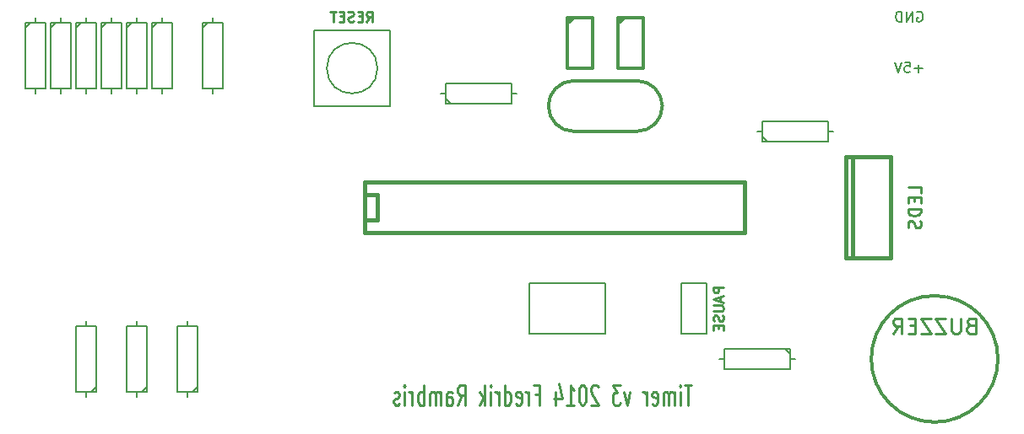
<source format=gbo>
G04 (created by PCBNEW (2013-june-11)-stable) date Thu 27 Nov 2014 20:22:07 CET*
%MOIN*%
G04 Gerber Fmt 3.4, Leading zero omitted, Abs format*
%FSLAX34Y34*%
G01*
G70*
G90*
G04 APERTURE LIST*
%ADD10C,0.00590551*%
%ADD11C,0.01*%
%ADD12C,0.00984252*%
%ADD13C,0.008*%
%ADD14C,0.005*%
%ADD15C,0.006*%
%ADD16C,0.0125*%
%ADD17C,0.012*%
%ADD18C,0.015*%
G04 APERTURE END LIST*
G54D10*
G54D11*
X116914Y-64678D02*
X116828Y-64707D01*
X116800Y-64735D01*
X116771Y-64792D01*
X116771Y-64878D01*
X116800Y-64935D01*
X116828Y-64964D01*
X116885Y-64992D01*
X117114Y-64992D01*
X117114Y-64392D01*
X116914Y-64392D01*
X116857Y-64421D01*
X116828Y-64450D01*
X116800Y-64507D01*
X116800Y-64564D01*
X116828Y-64621D01*
X116857Y-64650D01*
X116914Y-64678D01*
X117114Y-64678D01*
X116514Y-64392D02*
X116514Y-64878D01*
X116485Y-64935D01*
X116457Y-64964D01*
X116400Y-64992D01*
X116285Y-64992D01*
X116228Y-64964D01*
X116200Y-64935D01*
X116171Y-64878D01*
X116171Y-64392D01*
X115942Y-64392D02*
X115542Y-64392D01*
X115942Y-64992D01*
X115542Y-64992D01*
X115371Y-64392D02*
X114971Y-64392D01*
X115371Y-64992D01*
X114971Y-64992D01*
X114742Y-64678D02*
X114542Y-64678D01*
X114457Y-64992D02*
X114742Y-64992D01*
X114742Y-64392D01*
X114457Y-64392D01*
X113857Y-64992D02*
X114057Y-64707D01*
X114200Y-64992D02*
X114200Y-64392D01*
X113971Y-64392D01*
X113914Y-64421D01*
X113885Y-64450D01*
X113857Y-64507D01*
X113857Y-64592D01*
X113885Y-64650D01*
X113914Y-64678D01*
X113971Y-64707D01*
X114200Y-64707D01*
X105904Y-67023D02*
X105619Y-67023D01*
X105761Y-67823D02*
X105761Y-67023D01*
X105452Y-67823D02*
X105452Y-67290D01*
X105452Y-67023D02*
X105476Y-67061D01*
X105452Y-67100D01*
X105428Y-67061D01*
X105452Y-67023D01*
X105452Y-67100D01*
X105214Y-67823D02*
X105214Y-67290D01*
X105214Y-67366D02*
X105190Y-67328D01*
X105142Y-67290D01*
X105071Y-67290D01*
X105023Y-67328D01*
X104999Y-67404D01*
X104999Y-67823D01*
X104999Y-67404D02*
X104976Y-67328D01*
X104928Y-67290D01*
X104857Y-67290D01*
X104809Y-67328D01*
X104785Y-67404D01*
X104785Y-67823D01*
X104357Y-67785D02*
X104404Y-67823D01*
X104499Y-67823D01*
X104547Y-67785D01*
X104571Y-67709D01*
X104571Y-67404D01*
X104547Y-67328D01*
X104499Y-67290D01*
X104404Y-67290D01*
X104357Y-67328D01*
X104333Y-67404D01*
X104333Y-67480D01*
X104571Y-67557D01*
X104119Y-67823D02*
X104119Y-67290D01*
X104119Y-67442D02*
X104095Y-67366D01*
X104071Y-67328D01*
X104023Y-67290D01*
X103976Y-67290D01*
X103476Y-67290D02*
X103357Y-67823D01*
X103238Y-67290D01*
X103095Y-67023D02*
X102785Y-67023D01*
X102952Y-67328D01*
X102880Y-67328D01*
X102833Y-67366D01*
X102809Y-67404D01*
X102785Y-67480D01*
X102785Y-67671D01*
X102809Y-67747D01*
X102833Y-67785D01*
X102880Y-67823D01*
X103023Y-67823D01*
X103071Y-67785D01*
X103095Y-67747D01*
X102214Y-67100D02*
X102190Y-67061D01*
X102142Y-67023D01*
X102023Y-67023D01*
X101976Y-67061D01*
X101952Y-67100D01*
X101928Y-67176D01*
X101928Y-67252D01*
X101952Y-67366D01*
X102238Y-67823D01*
X101928Y-67823D01*
X101619Y-67023D02*
X101571Y-67023D01*
X101523Y-67061D01*
X101499Y-67100D01*
X101476Y-67176D01*
X101452Y-67328D01*
X101452Y-67519D01*
X101476Y-67671D01*
X101499Y-67747D01*
X101523Y-67785D01*
X101571Y-67823D01*
X101619Y-67823D01*
X101666Y-67785D01*
X101690Y-67747D01*
X101714Y-67671D01*
X101738Y-67519D01*
X101738Y-67328D01*
X101714Y-67176D01*
X101690Y-67100D01*
X101666Y-67061D01*
X101619Y-67023D01*
X100976Y-67823D02*
X101261Y-67823D01*
X101119Y-67823D02*
X101119Y-67023D01*
X101166Y-67138D01*
X101214Y-67214D01*
X101261Y-67252D01*
X100547Y-67290D02*
X100547Y-67823D01*
X100666Y-66985D02*
X100785Y-67557D01*
X100476Y-67557D01*
X99738Y-67404D02*
X99904Y-67404D01*
X99904Y-67823D02*
X99904Y-67023D01*
X99666Y-67023D01*
X99476Y-67823D02*
X99476Y-67290D01*
X99476Y-67442D02*
X99452Y-67366D01*
X99428Y-67328D01*
X99380Y-67290D01*
X99333Y-67290D01*
X98976Y-67785D02*
X99023Y-67823D01*
X99119Y-67823D01*
X99166Y-67785D01*
X99190Y-67709D01*
X99190Y-67404D01*
X99166Y-67328D01*
X99119Y-67290D01*
X99023Y-67290D01*
X98976Y-67328D01*
X98952Y-67404D01*
X98952Y-67480D01*
X99190Y-67557D01*
X98523Y-67823D02*
X98523Y-67023D01*
X98523Y-67785D02*
X98571Y-67823D01*
X98666Y-67823D01*
X98714Y-67785D01*
X98738Y-67747D01*
X98761Y-67671D01*
X98761Y-67442D01*
X98738Y-67366D01*
X98714Y-67328D01*
X98666Y-67290D01*
X98571Y-67290D01*
X98523Y-67328D01*
X98285Y-67823D02*
X98285Y-67290D01*
X98285Y-67442D02*
X98261Y-67366D01*
X98238Y-67328D01*
X98190Y-67290D01*
X98142Y-67290D01*
X97976Y-67823D02*
X97976Y-67290D01*
X97976Y-67023D02*
X98000Y-67061D01*
X97976Y-67100D01*
X97952Y-67061D01*
X97976Y-67023D01*
X97976Y-67100D01*
X97738Y-67823D02*
X97738Y-67023D01*
X97690Y-67519D02*
X97547Y-67823D01*
X97547Y-67290D02*
X97738Y-67595D01*
X96666Y-67823D02*
X96833Y-67442D01*
X96952Y-67823D02*
X96952Y-67023D01*
X96761Y-67023D01*
X96714Y-67061D01*
X96690Y-67100D01*
X96666Y-67176D01*
X96666Y-67290D01*
X96690Y-67366D01*
X96714Y-67404D01*
X96761Y-67442D01*
X96952Y-67442D01*
X96238Y-67823D02*
X96238Y-67404D01*
X96261Y-67328D01*
X96309Y-67290D01*
X96404Y-67290D01*
X96452Y-67328D01*
X96238Y-67785D02*
X96285Y-67823D01*
X96404Y-67823D01*
X96452Y-67785D01*
X96476Y-67709D01*
X96476Y-67633D01*
X96452Y-67557D01*
X96404Y-67519D01*
X96285Y-67519D01*
X96238Y-67480D01*
X96000Y-67823D02*
X96000Y-67290D01*
X96000Y-67366D02*
X95976Y-67328D01*
X95928Y-67290D01*
X95857Y-67290D01*
X95809Y-67328D01*
X95785Y-67404D01*
X95785Y-67823D01*
X95785Y-67404D02*
X95761Y-67328D01*
X95714Y-67290D01*
X95642Y-67290D01*
X95595Y-67328D01*
X95571Y-67404D01*
X95571Y-67823D01*
X95333Y-67823D02*
X95333Y-67023D01*
X95333Y-67328D02*
X95285Y-67290D01*
X95190Y-67290D01*
X95142Y-67328D01*
X95119Y-67366D01*
X95095Y-67442D01*
X95095Y-67671D01*
X95119Y-67747D01*
X95142Y-67785D01*
X95190Y-67823D01*
X95285Y-67823D01*
X95333Y-67785D01*
X94880Y-67823D02*
X94880Y-67290D01*
X94880Y-67442D02*
X94857Y-67366D01*
X94833Y-67328D01*
X94785Y-67290D01*
X94738Y-67290D01*
X94571Y-67823D02*
X94571Y-67290D01*
X94571Y-67023D02*
X94595Y-67061D01*
X94571Y-67100D01*
X94547Y-67061D01*
X94571Y-67023D01*
X94571Y-67100D01*
X94357Y-67785D02*
X94309Y-67823D01*
X94214Y-67823D01*
X94166Y-67785D01*
X94142Y-67709D01*
X94142Y-67671D01*
X94166Y-67595D01*
X94214Y-67557D01*
X94285Y-67557D01*
X94333Y-67519D01*
X94357Y-67442D01*
X94357Y-67404D01*
X94333Y-67328D01*
X94285Y-67290D01*
X94214Y-67290D01*
X94166Y-67328D01*
G54D12*
X93071Y-52659D02*
X93203Y-52471D01*
X93296Y-52659D02*
X93296Y-52265D01*
X93146Y-52265D01*
X93109Y-52284D01*
X93090Y-52303D01*
X93071Y-52340D01*
X93071Y-52396D01*
X93090Y-52434D01*
X93109Y-52453D01*
X93146Y-52471D01*
X93296Y-52471D01*
X92903Y-52453D02*
X92771Y-52453D01*
X92715Y-52659D02*
X92903Y-52659D01*
X92903Y-52265D01*
X92715Y-52265D01*
X92565Y-52640D02*
X92509Y-52659D01*
X92415Y-52659D01*
X92378Y-52640D01*
X92359Y-52621D01*
X92340Y-52584D01*
X92340Y-52546D01*
X92359Y-52509D01*
X92378Y-52490D01*
X92415Y-52471D01*
X92490Y-52453D01*
X92528Y-52434D01*
X92546Y-52415D01*
X92565Y-52378D01*
X92565Y-52340D01*
X92546Y-52303D01*
X92528Y-52284D01*
X92490Y-52265D01*
X92396Y-52265D01*
X92340Y-52284D01*
X92171Y-52453D02*
X92040Y-52453D01*
X91984Y-52659D02*
X92171Y-52659D01*
X92171Y-52265D01*
X91984Y-52265D01*
X91871Y-52265D02*
X91646Y-52265D01*
X91759Y-52659D02*
X91759Y-52265D01*
X107159Y-63156D02*
X106765Y-63156D01*
X106765Y-63306D01*
X106784Y-63343D01*
X106803Y-63362D01*
X106840Y-63381D01*
X106896Y-63381D01*
X106934Y-63362D01*
X106953Y-63343D01*
X106971Y-63306D01*
X106971Y-63156D01*
X107046Y-63531D02*
X107046Y-63718D01*
X107159Y-63493D02*
X106765Y-63625D01*
X107159Y-63756D01*
X106765Y-63887D02*
X107084Y-63887D01*
X107121Y-63906D01*
X107140Y-63925D01*
X107159Y-63962D01*
X107159Y-64037D01*
X107140Y-64074D01*
X107121Y-64093D01*
X107084Y-64112D01*
X106765Y-64112D01*
X107140Y-64281D02*
X107159Y-64337D01*
X107159Y-64431D01*
X107140Y-64468D01*
X107121Y-64487D01*
X107084Y-64506D01*
X107046Y-64506D01*
X107009Y-64487D01*
X106990Y-64468D01*
X106971Y-64431D01*
X106953Y-64356D01*
X106934Y-64318D01*
X106915Y-64299D01*
X106878Y-64281D01*
X106840Y-64281D01*
X106803Y-64299D01*
X106784Y-64318D01*
X106765Y-64356D01*
X106765Y-64449D01*
X106784Y-64506D01*
X106953Y-64674D02*
X106953Y-64806D01*
X107159Y-64862D02*
X107159Y-64674D01*
X106765Y-64674D01*
X106765Y-64862D01*
G54D13*
X115014Y-54509D02*
X114709Y-54509D01*
X114861Y-54661D02*
X114861Y-54357D01*
X114328Y-54261D02*
X114519Y-54261D01*
X114538Y-54452D01*
X114519Y-54433D01*
X114480Y-54414D01*
X114385Y-54414D01*
X114347Y-54433D01*
X114328Y-54452D01*
X114309Y-54490D01*
X114309Y-54585D01*
X114328Y-54623D01*
X114347Y-54642D01*
X114385Y-54661D01*
X114480Y-54661D01*
X114519Y-54642D01*
X114538Y-54623D01*
X114195Y-54261D02*
X114061Y-54661D01*
X113928Y-54261D01*
X114804Y-52280D02*
X114842Y-52261D01*
X114900Y-52261D01*
X114957Y-52280D01*
X114995Y-52319D01*
X115014Y-52357D01*
X115033Y-52433D01*
X115033Y-52490D01*
X115014Y-52566D01*
X114995Y-52604D01*
X114957Y-52642D01*
X114900Y-52661D01*
X114861Y-52661D01*
X114804Y-52642D01*
X114785Y-52623D01*
X114785Y-52490D01*
X114861Y-52490D01*
X114614Y-52661D02*
X114614Y-52261D01*
X114385Y-52661D01*
X114385Y-52261D01*
X114195Y-52661D02*
X114195Y-52261D01*
X114099Y-52261D01*
X114042Y-52280D01*
X114004Y-52319D01*
X113985Y-52357D01*
X113966Y-52433D01*
X113966Y-52490D01*
X113985Y-52566D01*
X114004Y-52604D01*
X114042Y-52642D01*
X114099Y-52661D01*
X114195Y-52661D01*
G54D11*
X114952Y-59440D02*
X114952Y-59202D01*
X114452Y-59202D01*
X114690Y-59607D02*
X114690Y-59773D01*
X114952Y-59845D02*
X114952Y-59607D01*
X114452Y-59607D01*
X114452Y-59845D01*
X114952Y-60059D02*
X114452Y-60059D01*
X114452Y-60178D01*
X114476Y-60250D01*
X114523Y-60297D01*
X114571Y-60321D01*
X114666Y-60345D01*
X114738Y-60345D01*
X114833Y-60321D01*
X114880Y-60297D01*
X114928Y-60250D01*
X114952Y-60178D01*
X114952Y-60059D01*
X114928Y-60535D02*
X114952Y-60607D01*
X114952Y-60726D01*
X114928Y-60773D01*
X114904Y-60797D01*
X114857Y-60821D01*
X114809Y-60821D01*
X114761Y-60797D01*
X114738Y-60773D01*
X114714Y-60726D01*
X114690Y-60630D01*
X114666Y-60583D01*
X114642Y-60559D01*
X114595Y-60535D01*
X114547Y-60535D01*
X114500Y-60559D01*
X114476Y-60583D01*
X114452Y-60630D01*
X114452Y-60750D01*
X114476Y-60821D01*
G54D14*
X93500Y-54500D02*
G75*
G03X93500Y-54500I-1000J0D01*
G74*
G01*
X91000Y-56000D02*
X94000Y-56000D01*
X94000Y-56000D02*
X94000Y-53000D01*
X94000Y-53000D02*
X91000Y-53000D01*
X91000Y-56000D02*
X91000Y-53000D01*
G54D13*
X99500Y-65000D02*
X102500Y-65000D01*
X102500Y-63000D02*
X99500Y-63000D01*
X99500Y-63000D02*
X99500Y-65000D01*
X102500Y-65000D02*
X102500Y-63000D01*
G54D15*
X106500Y-63000D02*
X105500Y-63000D01*
X105500Y-63000D02*
X105500Y-65000D01*
X105500Y-65000D02*
X106500Y-65000D01*
X106500Y-65000D02*
X106500Y-63000D01*
G54D16*
X101250Y-55000D02*
X103750Y-55000D01*
X101250Y-57000D02*
X103750Y-57000D01*
X104750Y-56000D02*
G75*
G02X103750Y-57000I-1000J0D01*
G74*
G01*
X103750Y-55000D02*
G75*
G02X104750Y-56000I0J-1000D01*
G74*
G01*
X101250Y-57000D02*
G75*
G02X100250Y-56000I0J1000D01*
G74*
G01*
X100250Y-56000D02*
G75*
G02X101250Y-55000I1000J0D01*
G74*
G01*
G54D17*
X103000Y-52520D02*
X103000Y-54500D01*
X103000Y-54500D02*
X104000Y-54500D01*
X104000Y-54500D02*
X104000Y-52500D01*
X104000Y-52500D02*
X103000Y-52500D01*
X103250Y-52500D02*
X103000Y-52750D01*
X101000Y-52520D02*
X101000Y-54500D01*
X101000Y-54500D02*
X102000Y-54500D01*
X102000Y-54500D02*
X102000Y-52500D01*
X102000Y-52500D02*
X101000Y-52500D01*
X101250Y-52500D02*
X101000Y-52750D01*
G54D16*
X118000Y-66000D02*
G75*
G03X118000Y-66000I-2500J0D01*
G74*
G01*
G54D18*
X93000Y-61000D02*
X108000Y-61000D01*
X108000Y-61000D02*
X108000Y-59000D01*
X108000Y-59000D02*
X93000Y-59000D01*
X93000Y-59000D02*
X93000Y-61000D01*
X93000Y-60500D02*
X93500Y-60500D01*
X93500Y-60500D02*
X93500Y-59500D01*
X93500Y-59500D02*
X93000Y-59500D01*
G54D13*
X82000Y-67500D02*
X82000Y-67300D01*
X82000Y-64500D02*
X82000Y-64700D01*
X82000Y-64700D02*
X82400Y-64700D01*
X82400Y-64700D02*
X82400Y-67300D01*
X82400Y-67300D02*
X81600Y-67300D01*
X81600Y-67300D02*
X81600Y-64700D01*
X81600Y-64700D02*
X82000Y-64700D01*
X82200Y-67300D02*
X82400Y-67100D01*
X110000Y-66000D02*
X109800Y-66000D01*
X107000Y-66000D02*
X107200Y-66000D01*
X107200Y-66000D02*
X107200Y-65600D01*
X107200Y-65600D02*
X109800Y-65600D01*
X109800Y-65600D02*
X109800Y-66400D01*
X109800Y-66400D02*
X107200Y-66400D01*
X107200Y-66400D02*
X107200Y-66000D01*
X109800Y-65800D02*
X109600Y-65600D01*
X86000Y-67500D02*
X86000Y-67300D01*
X86000Y-64500D02*
X86000Y-64700D01*
X86000Y-64700D02*
X86400Y-64700D01*
X86400Y-64700D02*
X86400Y-67300D01*
X86400Y-67300D02*
X85600Y-67300D01*
X85600Y-67300D02*
X85600Y-64700D01*
X85600Y-64700D02*
X86000Y-64700D01*
X86200Y-67300D02*
X86400Y-67100D01*
X81000Y-52500D02*
X81000Y-52700D01*
X81000Y-55500D02*
X81000Y-55300D01*
X81000Y-55300D02*
X80600Y-55300D01*
X80600Y-55300D02*
X80600Y-52700D01*
X80600Y-52700D02*
X81400Y-52700D01*
X81400Y-52700D02*
X81400Y-55300D01*
X81400Y-55300D02*
X81000Y-55300D01*
X80800Y-52700D02*
X80600Y-52900D01*
X85000Y-52500D02*
X85000Y-52700D01*
X85000Y-55500D02*
X85000Y-55300D01*
X85000Y-55300D02*
X84600Y-55300D01*
X84600Y-55300D02*
X84600Y-52700D01*
X84600Y-52700D02*
X85400Y-52700D01*
X85400Y-52700D02*
X85400Y-55300D01*
X85400Y-55300D02*
X85000Y-55300D01*
X84800Y-52700D02*
X84600Y-52900D01*
X84000Y-67500D02*
X84000Y-67300D01*
X84000Y-64500D02*
X84000Y-64700D01*
X84000Y-64700D02*
X84400Y-64700D01*
X84400Y-64700D02*
X84400Y-67300D01*
X84400Y-67300D02*
X83600Y-67300D01*
X83600Y-67300D02*
X83600Y-64700D01*
X83600Y-64700D02*
X84000Y-64700D01*
X84200Y-67300D02*
X84400Y-67100D01*
X83000Y-52500D02*
X83000Y-52700D01*
X83000Y-55500D02*
X83000Y-55300D01*
X83000Y-55300D02*
X82600Y-55300D01*
X82600Y-55300D02*
X82600Y-52700D01*
X82600Y-52700D02*
X83400Y-52700D01*
X83400Y-52700D02*
X83400Y-55300D01*
X83400Y-55300D02*
X83000Y-55300D01*
X82800Y-52700D02*
X82600Y-52900D01*
X80000Y-52500D02*
X80000Y-52700D01*
X80000Y-55500D02*
X80000Y-55300D01*
X80000Y-55300D02*
X79600Y-55300D01*
X79600Y-55300D02*
X79600Y-52700D01*
X79600Y-52700D02*
X80400Y-52700D01*
X80400Y-52700D02*
X80400Y-55300D01*
X80400Y-55300D02*
X80000Y-55300D01*
X79800Y-52700D02*
X79600Y-52900D01*
X82000Y-52500D02*
X82000Y-52700D01*
X82000Y-55500D02*
X82000Y-55300D01*
X82000Y-55300D02*
X81600Y-55300D01*
X81600Y-55300D02*
X81600Y-52700D01*
X81600Y-52700D02*
X82400Y-52700D01*
X82400Y-52700D02*
X82400Y-55300D01*
X82400Y-55300D02*
X82000Y-55300D01*
X81800Y-52700D02*
X81600Y-52900D01*
X87000Y-52500D02*
X87000Y-52700D01*
X87000Y-55500D02*
X87000Y-55300D01*
X87000Y-55300D02*
X86600Y-55300D01*
X86600Y-55300D02*
X86600Y-52700D01*
X86600Y-52700D02*
X87400Y-52700D01*
X87400Y-52700D02*
X87400Y-55300D01*
X87400Y-55300D02*
X87000Y-55300D01*
X86800Y-52700D02*
X86600Y-52900D01*
X84000Y-52500D02*
X84000Y-52700D01*
X84000Y-55500D02*
X84000Y-55300D01*
X84000Y-55300D02*
X83600Y-55300D01*
X83600Y-55300D02*
X83600Y-52700D01*
X83600Y-52700D02*
X84400Y-52700D01*
X84400Y-52700D02*
X84400Y-55300D01*
X84400Y-55300D02*
X84000Y-55300D01*
X83800Y-52700D02*
X83600Y-52900D01*
X96000Y-55500D02*
X96200Y-55500D01*
X99000Y-55500D02*
X98800Y-55500D01*
X98800Y-55500D02*
X98800Y-55900D01*
X98800Y-55900D02*
X96200Y-55900D01*
X96200Y-55900D02*
X96200Y-55100D01*
X96200Y-55100D02*
X98800Y-55100D01*
X98800Y-55100D02*
X98800Y-55500D01*
X96200Y-55700D02*
X96400Y-55900D01*
X108500Y-57000D02*
X108700Y-57000D01*
X111500Y-57000D02*
X111300Y-57000D01*
X111300Y-57000D02*
X111300Y-57400D01*
X111300Y-57400D02*
X108700Y-57400D01*
X108700Y-57400D02*
X108700Y-56600D01*
X108700Y-56600D02*
X111300Y-56600D01*
X111300Y-56600D02*
X111300Y-57000D01*
X108700Y-57200D02*
X108900Y-57400D01*
G54D18*
X112250Y-58000D02*
X112000Y-58000D01*
X112000Y-58000D02*
X112000Y-62000D01*
X112000Y-62000D02*
X112250Y-62000D01*
X113750Y-58000D02*
X112250Y-58000D01*
X112250Y-58000D02*
X112250Y-62000D01*
X112250Y-62000D02*
X113750Y-62000D01*
X113750Y-62000D02*
X113750Y-58000D01*
M02*

</source>
